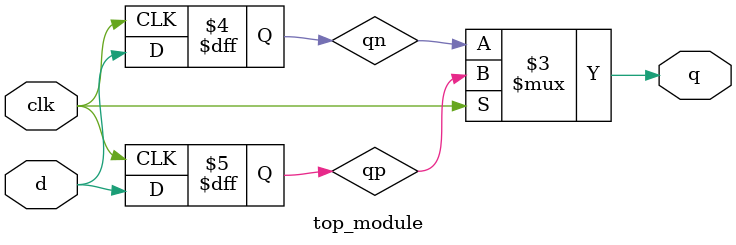
<source format=v>
module top_module (
    input clk,
    input d,
    output q
);
    wire qp , qn;
    
    always@(posedge clk )begin
    	qp <= d;
    end
    
    always@(negedge clk )begin
    	qn <= d;
    end
    
    assign q = clk ? qp : qn;
endmodule
</source>
